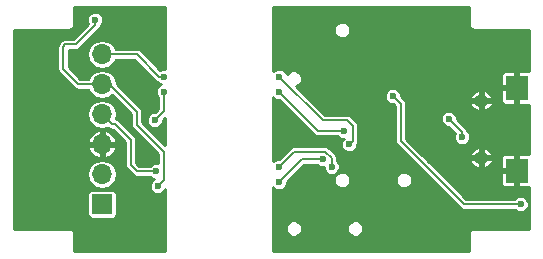
<source format=gbr>
G04 #@! TF.FileFunction,Copper,L2,Bot,Signal*
%FSLAX46Y46*%
G04 Gerber Fmt 4.6, Leading zero omitted, Abs format (unit mm)*
G04 Created by KiCad (PCBNEW 4.0.5+dfsg1-4~bpo8+1) date Mon Mar  5 20:33:18 2018*
%MOMM*%
%LPD*%
G01*
G04 APERTURE LIST*
%ADD10C,0.100000*%
%ADD11R,1.700000X1.700000*%
%ADD12O,1.700000X1.700000*%
%ADD13O,1.250000X1.050000*%
%ADD14R,1.900000X2.100000*%
%ADD15C,0.600000*%
%ADD16C,0.200000*%
%ADD17C,0.254000*%
G04 APERTURE END LIST*
D10*
D11*
X36449000Y-57150000D03*
D12*
X36449000Y-54610000D03*
X36449000Y-52070000D03*
X36449000Y-49530000D03*
X36449000Y-46990000D03*
X36449000Y-44450000D03*
D13*
X68555000Y-53225000D03*
X68555000Y-48375000D03*
D14*
X71555000Y-47300000D03*
X71555000Y-54300000D03*
D15*
X41402000Y-51308000D03*
X40513000Y-43942000D03*
X51435000Y-56515000D03*
X51435000Y-48895000D03*
X51435000Y-50038000D03*
X51435000Y-42545000D03*
X55753000Y-45212000D03*
X57658000Y-49022000D03*
X60325000Y-50800000D03*
X66167000Y-44323000D03*
X64770000Y-44323000D03*
X63246000Y-44323000D03*
X61849000Y-44323000D03*
X62992000Y-51435000D03*
X66929000Y-49530000D03*
X71882000Y-57150000D03*
X61075000Y-48006000D03*
X41656000Y-47625000D03*
X40894000Y-50038000D03*
X41021000Y-54356000D03*
X35877500Y-41529000D03*
X41148000Y-55626000D03*
X41656000Y-46355000D03*
X51435000Y-55245000D03*
X55118000Y-53340000D03*
X51435000Y-53975000D03*
X55880000Y-53975000D03*
X51435000Y-47625000D03*
X56896000Y-50927000D03*
X51435000Y-46355000D03*
X57373027Y-52090641D03*
X65792116Y-49905155D03*
X66929000Y-51450000D03*
D16*
X61722000Y-51816000D02*
X67056000Y-57150000D01*
X67056000Y-57150000D02*
X71882000Y-57150000D01*
X61722000Y-48653000D02*
X61075000Y-48006000D01*
X61722000Y-51816000D02*
X61722000Y-48653000D01*
X41656000Y-47625000D02*
X41656000Y-49276000D01*
X41656000Y-49276000D02*
X41275000Y-49657000D01*
X41275000Y-49657000D02*
X40894000Y-50038000D01*
X41021000Y-54356000D02*
X39370000Y-54356000D01*
X39370000Y-54356000D02*
X38862000Y-53848000D01*
X38862000Y-53848000D02*
X38862000Y-51689000D01*
X38862000Y-51689000D02*
X37552999Y-50379999D01*
X37552999Y-50379999D02*
X37298999Y-50379999D01*
X37298999Y-50379999D02*
X36449000Y-49530000D01*
X35877500Y-41529000D02*
X35877500Y-41953264D01*
X35877500Y-41953264D02*
X34206264Y-43624500D01*
X34206264Y-43624500D02*
X33337500Y-43624500D01*
X33337500Y-43624500D02*
X33147000Y-43815000D01*
X33147000Y-43815000D02*
X33147000Y-45720000D01*
X33147000Y-45720000D02*
X34417000Y-46990000D01*
X34417000Y-46990000D02*
X36449000Y-46990000D01*
X39370000Y-50419000D02*
X39370000Y-49342802D01*
X41656000Y-52705000D02*
X39370000Y-50419000D01*
X41148000Y-55626000D02*
X41656000Y-55118000D01*
X41656000Y-55118000D02*
X41656000Y-52705000D01*
X39370000Y-49342802D02*
X37017198Y-46990000D01*
X37017198Y-46990000D02*
X36449000Y-46990000D01*
X41656000Y-46355000D02*
X41275000Y-46355000D01*
X41275000Y-46355000D02*
X39370000Y-44450000D01*
X39370000Y-44450000D02*
X36449000Y-44450000D01*
X55118000Y-53340000D02*
X53340000Y-53340000D01*
X53340000Y-53340000D02*
X51435000Y-55245000D01*
X55311802Y-52705000D02*
X52705000Y-52705000D01*
X52705000Y-52705000D02*
X51435000Y-53975000D01*
X55880000Y-53975000D02*
X55880000Y-53273198D01*
X55880000Y-53273198D02*
X55311802Y-52705000D01*
X56896000Y-50927000D02*
X54737000Y-50927000D01*
X54737000Y-50927000D02*
X51435000Y-47625000D01*
X57150000Y-50038000D02*
X55118000Y-50038000D01*
X55118000Y-50038000D02*
X51435000Y-46355000D01*
X57673026Y-50561026D02*
X57150000Y-50038000D01*
X57673026Y-51790642D02*
X57673026Y-50561026D01*
X57373027Y-52090641D02*
X57673026Y-51790642D01*
X66929000Y-51054000D02*
X66040000Y-50165000D01*
X66040000Y-50165000D02*
X65913000Y-50038000D01*
X65792116Y-49917116D02*
X66040000Y-50165000D01*
X65792116Y-49905155D02*
X65792116Y-49917116D01*
X66929000Y-51450000D02*
X66929000Y-51054000D01*
D17*
G36*
X41783000Y-45674110D02*
X41521135Y-45673882D01*
X41346341Y-45746105D01*
X39710118Y-44109882D01*
X39554071Y-44005614D01*
X39370000Y-43969000D01*
X37603787Y-43969000D01*
X37343565Y-43579552D01*
X36944200Y-43312704D01*
X36473117Y-43219000D01*
X36424883Y-43219000D01*
X35953800Y-43312704D01*
X35554435Y-43579552D01*
X35287587Y-43978917D01*
X35193883Y-44450000D01*
X35287587Y-44921083D01*
X35554435Y-45320448D01*
X35953800Y-45587296D01*
X36424883Y-45681000D01*
X36473117Y-45681000D01*
X36944200Y-45587296D01*
X37343565Y-45320448D01*
X37603787Y-44931000D01*
X39170764Y-44931000D01*
X40934882Y-46695118D01*
X41090929Y-46799386D01*
X41148877Y-46810913D01*
X41269741Y-46931987D01*
X41409485Y-46990014D01*
X41270748Y-47047339D01*
X41079013Y-47238741D01*
X40975118Y-47488946D01*
X40974882Y-47759865D01*
X41078339Y-48010252D01*
X41175000Y-48107081D01*
X41175000Y-49076763D01*
X40934884Y-49316880D01*
X40934881Y-49316882D01*
X40894763Y-49357000D01*
X40759135Y-49356882D01*
X40508748Y-49460339D01*
X40317013Y-49651741D01*
X40213118Y-49901946D01*
X40212882Y-50172865D01*
X40316339Y-50423252D01*
X40507741Y-50614987D01*
X40757946Y-50718882D01*
X41028865Y-50719118D01*
X41279252Y-50615661D01*
X41470987Y-50424259D01*
X41574882Y-50174054D01*
X41575001Y-50037236D01*
X41615118Y-49997119D01*
X41615120Y-49997116D01*
X41783000Y-49829236D01*
X41783000Y-52151763D01*
X39851000Y-50219764D01*
X39851000Y-49342802D01*
X39814386Y-49158731D01*
X39769751Y-49091930D01*
X39710118Y-49002683D01*
X37703008Y-46995574D01*
X37704117Y-46990000D01*
X37610413Y-46518917D01*
X37343565Y-46119552D01*
X36944200Y-45852704D01*
X36473117Y-45759000D01*
X36424883Y-45759000D01*
X35953800Y-45852704D01*
X35554435Y-46119552D01*
X35294213Y-46509000D01*
X34616237Y-46509000D01*
X33628000Y-45520764D01*
X33628000Y-44105500D01*
X34206264Y-44105500D01*
X34390335Y-44068886D01*
X34546382Y-43964618D01*
X36217619Y-42293382D01*
X36280122Y-42199838D01*
X36321886Y-42137335D01*
X36344150Y-42025404D01*
X36454487Y-41915259D01*
X36558382Y-41665054D01*
X36558618Y-41394135D01*
X36455161Y-41143748D01*
X36263759Y-40952013D01*
X36013554Y-40848118D01*
X35742635Y-40847882D01*
X35492248Y-40951339D01*
X35300513Y-41142741D01*
X35196618Y-41392946D01*
X35196382Y-41663865D01*
X35281254Y-41869273D01*
X34007028Y-43143500D01*
X33337500Y-43143500D01*
X33153429Y-43180114D01*
X33095232Y-43219000D01*
X32997382Y-43284381D01*
X32806882Y-43474882D01*
X32702614Y-43630929D01*
X32666000Y-43815000D01*
X32666000Y-45720000D01*
X32696633Y-45874000D01*
X32702614Y-45904071D01*
X32806882Y-46060118D01*
X34076881Y-47330118D01*
X34232929Y-47434386D01*
X34417000Y-47471000D01*
X35294213Y-47471000D01*
X35554435Y-47860448D01*
X35953800Y-48127296D01*
X36424883Y-48221000D01*
X36473117Y-48221000D01*
X36944200Y-48127296D01*
X37261946Y-47914984D01*
X38889000Y-49542039D01*
X38889000Y-50419000D01*
X38908891Y-50518999D01*
X38925614Y-50603071D01*
X39029882Y-50759118D01*
X41175000Y-52904237D01*
X41175000Y-53682570D01*
X41157054Y-53675118D01*
X40886135Y-53674882D01*
X40635748Y-53778339D01*
X40538919Y-53875000D01*
X39569237Y-53875000D01*
X39343000Y-53648764D01*
X39343000Y-51689000D01*
X39306386Y-51504929D01*
X39202118Y-51348882D01*
X37893117Y-50039881D01*
X37737070Y-49935613D01*
X37627761Y-49913870D01*
X37704117Y-49530000D01*
X37610413Y-49058917D01*
X37343565Y-48659552D01*
X36944200Y-48392704D01*
X36473117Y-48299000D01*
X36424883Y-48299000D01*
X35953800Y-48392704D01*
X35554435Y-48659552D01*
X35287587Y-49058917D01*
X35193883Y-49530000D01*
X35287587Y-50001083D01*
X35554435Y-50400448D01*
X35953800Y-50667296D01*
X36424883Y-50761000D01*
X36473117Y-50761000D01*
X36912388Y-50673624D01*
X36958881Y-50720117D01*
X37114928Y-50824385D01*
X37298999Y-50860999D01*
X37353763Y-50860999D01*
X38381000Y-51888236D01*
X38381000Y-53848000D01*
X38386371Y-53875000D01*
X38417614Y-54032071D01*
X38521882Y-54188118D01*
X39029881Y-54696118D01*
X39185929Y-54800386D01*
X39370000Y-54837000D01*
X40538921Y-54837000D01*
X40634741Y-54932987D01*
X40837828Y-55017317D01*
X40762748Y-55048339D01*
X40571013Y-55239741D01*
X40467118Y-55489946D01*
X40466882Y-55760865D01*
X40570339Y-56011252D01*
X40761741Y-56202987D01*
X41011946Y-56306882D01*
X41282865Y-56307118D01*
X41533252Y-56203661D01*
X41724987Y-56012259D01*
X41783000Y-55872549D01*
X41783000Y-61139000D01*
X34111000Y-61139000D01*
X34111000Y-59690000D01*
X34076289Y-59515496D01*
X33977441Y-59367559D01*
X33829504Y-59268711D01*
X33655000Y-59234000D01*
X29031000Y-59234000D01*
X29031000Y-56300000D01*
X35210536Y-56300000D01*
X35210536Y-58000000D01*
X35237103Y-58141190D01*
X35320546Y-58270865D01*
X35447866Y-58357859D01*
X35599000Y-58388464D01*
X37299000Y-58388464D01*
X37440190Y-58361897D01*
X37569865Y-58278454D01*
X37656859Y-58151134D01*
X37687464Y-58000000D01*
X37687464Y-56300000D01*
X37660897Y-56158810D01*
X37577454Y-56029135D01*
X37450134Y-55942141D01*
X37299000Y-55911536D01*
X35599000Y-55911536D01*
X35457810Y-55938103D01*
X35328135Y-56021546D01*
X35241141Y-56148866D01*
X35210536Y-56300000D01*
X29031000Y-56300000D01*
X29031000Y-54610000D01*
X35193883Y-54610000D01*
X35287587Y-55081083D01*
X35554435Y-55480448D01*
X35953800Y-55747296D01*
X36424883Y-55841000D01*
X36473117Y-55841000D01*
X36944200Y-55747296D01*
X37343565Y-55480448D01*
X37610413Y-55081083D01*
X37704117Y-54610000D01*
X37610413Y-54138917D01*
X37343565Y-53739552D01*
X36944200Y-53472704D01*
X36473117Y-53379000D01*
X36424883Y-53379000D01*
X35953800Y-53472704D01*
X35554435Y-53739552D01*
X35287587Y-54138917D01*
X35193883Y-54610000D01*
X29031000Y-54610000D01*
X29031000Y-52386980D01*
X35259511Y-52386980D01*
X35383755Y-52686964D01*
X35700944Y-53047652D01*
X36132018Y-53259501D01*
X36322000Y-53199193D01*
X36322000Y-52197000D01*
X36576000Y-52197000D01*
X36576000Y-53199193D01*
X36765982Y-53259501D01*
X37197056Y-53047652D01*
X37514245Y-52686964D01*
X37638489Y-52386980D01*
X37577627Y-52197000D01*
X36576000Y-52197000D01*
X36322000Y-52197000D01*
X35320373Y-52197000D01*
X35259511Y-52386980D01*
X29031000Y-52386980D01*
X29031000Y-51753020D01*
X35259511Y-51753020D01*
X35320373Y-51943000D01*
X36322000Y-51943000D01*
X36322000Y-50940807D01*
X36576000Y-50940807D01*
X36576000Y-51943000D01*
X37577627Y-51943000D01*
X37638489Y-51753020D01*
X37514245Y-51453036D01*
X37197056Y-51092348D01*
X36765982Y-50880499D01*
X36576000Y-50940807D01*
X36322000Y-50940807D01*
X36132018Y-50880499D01*
X35700944Y-51092348D01*
X35383755Y-51453036D01*
X35259511Y-51753020D01*
X29031000Y-51753020D01*
X29031000Y-42366000D01*
X33655000Y-42366000D01*
X33829504Y-42331289D01*
X33977441Y-42232441D01*
X34076289Y-42084504D01*
X34111000Y-41910000D01*
X34111000Y-40461000D01*
X41783000Y-40461000D01*
X41783000Y-45674110D01*
X41783000Y-45674110D01*
G37*
X41783000Y-45674110D02*
X41521135Y-45673882D01*
X41346341Y-45746105D01*
X39710118Y-44109882D01*
X39554071Y-44005614D01*
X39370000Y-43969000D01*
X37603787Y-43969000D01*
X37343565Y-43579552D01*
X36944200Y-43312704D01*
X36473117Y-43219000D01*
X36424883Y-43219000D01*
X35953800Y-43312704D01*
X35554435Y-43579552D01*
X35287587Y-43978917D01*
X35193883Y-44450000D01*
X35287587Y-44921083D01*
X35554435Y-45320448D01*
X35953800Y-45587296D01*
X36424883Y-45681000D01*
X36473117Y-45681000D01*
X36944200Y-45587296D01*
X37343565Y-45320448D01*
X37603787Y-44931000D01*
X39170764Y-44931000D01*
X40934882Y-46695118D01*
X41090929Y-46799386D01*
X41148877Y-46810913D01*
X41269741Y-46931987D01*
X41409485Y-46990014D01*
X41270748Y-47047339D01*
X41079013Y-47238741D01*
X40975118Y-47488946D01*
X40974882Y-47759865D01*
X41078339Y-48010252D01*
X41175000Y-48107081D01*
X41175000Y-49076763D01*
X40934884Y-49316880D01*
X40934881Y-49316882D01*
X40894763Y-49357000D01*
X40759135Y-49356882D01*
X40508748Y-49460339D01*
X40317013Y-49651741D01*
X40213118Y-49901946D01*
X40212882Y-50172865D01*
X40316339Y-50423252D01*
X40507741Y-50614987D01*
X40757946Y-50718882D01*
X41028865Y-50719118D01*
X41279252Y-50615661D01*
X41470987Y-50424259D01*
X41574882Y-50174054D01*
X41575001Y-50037236D01*
X41615118Y-49997119D01*
X41615120Y-49997116D01*
X41783000Y-49829236D01*
X41783000Y-52151763D01*
X39851000Y-50219764D01*
X39851000Y-49342802D01*
X39814386Y-49158731D01*
X39769751Y-49091930D01*
X39710118Y-49002683D01*
X37703008Y-46995574D01*
X37704117Y-46990000D01*
X37610413Y-46518917D01*
X37343565Y-46119552D01*
X36944200Y-45852704D01*
X36473117Y-45759000D01*
X36424883Y-45759000D01*
X35953800Y-45852704D01*
X35554435Y-46119552D01*
X35294213Y-46509000D01*
X34616237Y-46509000D01*
X33628000Y-45520764D01*
X33628000Y-44105500D01*
X34206264Y-44105500D01*
X34390335Y-44068886D01*
X34546382Y-43964618D01*
X36217619Y-42293382D01*
X36280122Y-42199838D01*
X36321886Y-42137335D01*
X36344150Y-42025404D01*
X36454487Y-41915259D01*
X36558382Y-41665054D01*
X36558618Y-41394135D01*
X36455161Y-41143748D01*
X36263759Y-40952013D01*
X36013554Y-40848118D01*
X35742635Y-40847882D01*
X35492248Y-40951339D01*
X35300513Y-41142741D01*
X35196618Y-41392946D01*
X35196382Y-41663865D01*
X35281254Y-41869273D01*
X34007028Y-43143500D01*
X33337500Y-43143500D01*
X33153429Y-43180114D01*
X33095232Y-43219000D01*
X32997382Y-43284381D01*
X32806882Y-43474882D01*
X32702614Y-43630929D01*
X32666000Y-43815000D01*
X32666000Y-45720000D01*
X32696633Y-45874000D01*
X32702614Y-45904071D01*
X32806882Y-46060118D01*
X34076881Y-47330118D01*
X34232929Y-47434386D01*
X34417000Y-47471000D01*
X35294213Y-47471000D01*
X35554435Y-47860448D01*
X35953800Y-48127296D01*
X36424883Y-48221000D01*
X36473117Y-48221000D01*
X36944200Y-48127296D01*
X37261946Y-47914984D01*
X38889000Y-49542039D01*
X38889000Y-50419000D01*
X38908891Y-50518999D01*
X38925614Y-50603071D01*
X39029882Y-50759118D01*
X41175000Y-52904237D01*
X41175000Y-53682570D01*
X41157054Y-53675118D01*
X40886135Y-53674882D01*
X40635748Y-53778339D01*
X40538919Y-53875000D01*
X39569237Y-53875000D01*
X39343000Y-53648764D01*
X39343000Y-51689000D01*
X39306386Y-51504929D01*
X39202118Y-51348882D01*
X37893117Y-50039881D01*
X37737070Y-49935613D01*
X37627761Y-49913870D01*
X37704117Y-49530000D01*
X37610413Y-49058917D01*
X37343565Y-48659552D01*
X36944200Y-48392704D01*
X36473117Y-48299000D01*
X36424883Y-48299000D01*
X35953800Y-48392704D01*
X35554435Y-48659552D01*
X35287587Y-49058917D01*
X35193883Y-49530000D01*
X35287587Y-50001083D01*
X35554435Y-50400448D01*
X35953800Y-50667296D01*
X36424883Y-50761000D01*
X36473117Y-50761000D01*
X36912388Y-50673624D01*
X36958881Y-50720117D01*
X37114928Y-50824385D01*
X37298999Y-50860999D01*
X37353763Y-50860999D01*
X38381000Y-51888236D01*
X38381000Y-53848000D01*
X38386371Y-53875000D01*
X38417614Y-54032071D01*
X38521882Y-54188118D01*
X39029881Y-54696118D01*
X39185929Y-54800386D01*
X39370000Y-54837000D01*
X40538921Y-54837000D01*
X40634741Y-54932987D01*
X40837828Y-55017317D01*
X40762748Y-55048339D01*
X40571013Y-55239741D01*
X40467118Y-55489946D01*
X40466882Y-55760865D01*
X40570339Y-56011252D01*
X40761741Y-56202987D01*
X41011946Y-56306882D01*
X41282865Y-56307118D01*
X41533252Y-56203661D01*
X41724987Y-56012259D01*
X41783000Y-55872549D01*
X41783000Y-61139000D01*
X34111000Y-61139000D01*
X34111000Y-59690000D01*
X34076289Y-59515496D01*
X33977441Y-59367559D01*
X33829504Y-59268711D01*
X33655000Y-59234000D01*
X29031000Y-59234000D01*
X29031000Y-56300000D01*
X35210536Y-56300000D01*
X35210536Y-58000000D01*
X35237103Y-58141190D01*
X35320546Y-58270865D01*
X35447866Y-58357859D01*
X35599000Y-58388464D01*
X37299000Y-58388464D01*
X37440190Y-58361897D01*
X37569865Y-58278454D01*
X37656859Y-58151134D01*
X37687464Y-58000000D01*
X37687464Y-56300000D01*
X37660897Y-56158810D01*
X37577454Y-56029135D01*
X37450134Y-55942141D01*
X37299000Y-55911536D01*
X35599000Y-55911536D01*
X35457810Y-55938103D01*
X35328135Y-56021546D01*
X35241141Y-56148866D01*
X35210536Y-56300000D01*
X29031000Y-56300000D01*
X29031000Y-54610000D01*
X35193883Y-54610000D01*
X35287587Y-55081083D01*
X35554435Y-55480448D01*
X35953800Y-55747296D01*
X36424883Y-55841000D01*
X36473117Y-55841000D01*
X36944200Y-55747296D01*
X37343565Y-55480448D01*
X37610413Y-55081083D01*
X37704117Y-54610000D01*
X37610413Y-54138917D01*
X37343565Y-53739552D01*
X36944200Y-53472704D01*
X36473117Y-53379000D01*
X36424883Y-53379000D01*
X35953800Y-53472704D01*
X35554435Y-53739552D01*
X35287587Y-54138917D01*
X35193883Y-54610000D01*
X29031000Y-54610000D01*
X29031000Y-52386980D01*
X35259511Y-52386980D01*
X35383755Y-52686964D01*
X35700944Y-53047652D01*
X36132018Y-53259501D01*
X36322000Y-53199193D01*
X36322000Y-52197000D01*
X36576000Y-52197000D01*
X36576000Y-53199193D01*
X36765982Y-53259501D01*
X37197056Y-53047652D01*
X37514245Y-52686964D01*
X37638489Y-52386980D01*
X37577627Y-52197000D01*
X36576000Y-52197000D01*
X36322000Y-52197000D01*
X35320373Y-52197000D01*
X35259511Y-52386980D01*
X29031000Y-52386980D01*
X29031000Y-51753020D01*
X35259511Y-51753020D01*
X35320373Y-51943000D01*
X36322000Y-51943000D01*
X36322000Y-50940807D01*
X36576000Y-50940807D01*
X36576000Y-51943000D01*
X37577627Y-51943000D01*
X37638489Y-51753020D01*
X37514245Y-51453036D01*
X37197056Y-51092348D01*
X36765982Y-50880499D01*
X36576000Y-50940807D01*
X36322000Y-50940807D01*
X36132018Y-50880499D01*
X35700944Y-51092348D01*
X35383755Y-51453036D01*
X35259511Y-51753020D01*
X29031000Y-51753020D01*
X29031000Y-42366000D01*
X33655000Y-42366000D01*
X33829504Y-42331289D01*
X33977441Y-42232441D01*
X34076289Y-42084504D01*
X34111000Y-41910000D01*
X34111000Y-40461000D01*
X41783000Y-40461000D01*
X41783000Y-45674110D01*
G36*
X67489000Y-41910000D02*
X67523711Y-42084504D01*
X67622559Y-42232441D01*
X67770496Y-42331289D01*
X67945000Y-42366000D01*
X72569000Y-42366000D01*
X72569000Y-45869000D01*
X71777250Y-45869000D01*
X71682000Y-45964250D01*
X71682000Y-47173000D01*
X71702000Y-47173000D01*
X71702000Y-47427000D01*
X71682000Y-47427000D01*
X71682000Y-48635750D01*
X71777250Y-48731000D01*
X72569000Y-48731000D01*
X72569000Y-52869000D01*
X71777250Y-52869000D01*
X71682000Y-52964250D01*
X71682000Y-54173000D01*
X71702000Y-54173000D01*
X71702000Y-54427000D01*
X71682000Y-54427000D01*
X71682000Y-55635750D01*
X71777250Y-55731000D01*
X72569000Y-55731000D01*
X72569000Y-59234000D01*
X67945000Y-59234000D01*
X67770496Y-59268711D01*
X67622559Y-59367559D01*
X67523711Y-59515496D01*
X67489000Y-59690000D01*
X67489000Y-61139000D01*
X50927000Y-61139000D01*
X50927000Y-59335855D01*
X52000881Y-59335855D01*
X52105098Y-59588080D01*
X52297905Y-59781224D01*
X52549947Y-59885881D01*
X52822855Y-59886119D01*
X53075080Y-59781902D01*
X53268224Y-59589095D01*
X53372881Y-59337053D01*
X53372882Y-59335855D01*
X57207881Y-59335855D01*
X57312098Y-59588080D01*
X57504905Y-59781224D01*
X57756947Y-59885881D01*
X58029855Y-59886119D01*
X58282080Y-59781902D01*
X58475224Y-59589095D01*
X58579881Y-59337053D01*
X58580119Y-59064145D01*
X58475902Y-58811920D01*
X58283095Y-58618776D01*
X58031053Y-58514119D01*
X57758145Y-58513881D01*
X57505920Y-58618098D01*
X57312776Y-58810905D01*
X57208119Y-59062947D01*
X57207881Y-59335855D01*
X53372882Y-59335855D01*
X53373119Y-59064145D01*
X53268902Y-58811920D01*
X53076095Y-58618776D01*
X52824053Y-58514119D01*
X52551145Y-58513881D01*
X52298920Y-58618098D01*
X52105776Y-58810905D01*
X52001119Y-59062947D01*
X52000881Y-59335855D01*
X50927000Y-59335855D01*
X50927000Y-55700034D01*
X51048741Y-55821987D01*
X51298946Y-55925882D01*
X51569865Y-55926118D01*
X51820252Y-55822661D01*
X52011987Y-55631259D01*
X52115882Y-55381054D01*
X52116001Y-55244235D01*
X52124381Y-55235855D01*
X56100881Y-55235855D01*
X56205098Y-55488080D01*
X56397905Y-55681224D01*
X56649947Y-55785881D01*
X56922855Y-55786119D01*
X57175080Y-55681902D01*
X57368224Y-55489095D01*
X57472881Y-55237053D01*
X57472882Y-55235855D01*
X61307881Y-55235855D01*
X61412098Y-55488080D01*
X61604905Y-55681224D01*
X61856947Y-55785881D01*
X62129855Y-55786119D01*
X62382080Y-55681902D01*
X62575224Y-55489095D01*
X62679881Y-55237053D01*
X62680119Y-54964145D01*
X62575902Y-54711920D01*
X62383095Y-54518776D01*
X62131053Y-54414119D01*
X61858145Y-54413881D01*
X61605920Y-54518098D01*
X61412776Y-54710905D01*
X61308119Y-54962947D01*
X61307881Y-55235855D01*
X57472882Y-55235855D01*
X57473119Y-54964145D01*
X57368902Y-54711920D01*
X57176095Y-54518776D01*
X56924053Y-54414119D01*
X56651145Y-54413881D01*
X56398920Y-54518098D01*
X56205776Y-54710905D01*
X56101119Y-54962947D01*
X56100881Y-55235855D01*
X52124381Y-55235855D01*
X53539236Y-53821000D01*
X54635921Y-53821000D01*
X54731741Y-53916987D01*
X54981946Y-54020882D01*
X55198959Y-54021071D01*
X55198882Y-54109865D01*
X55302339Y-54360252D01*
X55493741Y-54551987D01*
X55743946Y-54655882D01*
X56014865Y-54656118D01*
X56265252Y-54552661D01*
X56456987Y-54361259D01*
X56560882Y-54111054D01*
X56561118Y-53840135D01*
X56457661Y-53589748D01*
X56361000Y-53492919D01*
X56361000Y-53273198D01*
X56324386Y-53089127D01*
X56294980Y-53045118D01*
X56220118Y-52933079D01*
X55651920Y-52364882D01*
X55495873Y-52260614D01*
X55494727Y-52260386D01*
X55311802Y-52224000D01*
X52705000Y-52224000D01*
X52522075Y-52260386D01*
X52520929Y-52260614D01*
X52364881Y-52364882D01*
X51435764Y-53294000D01*
X51300135Y-53293882D01*
X51049748Y-53397339D01*
X50927000Y-53519874D01*
X50927000Y-48080034D01*
X51048741Y-48201987D01*
X51298946Y-48305882D01*
X51435765Y-48306001D01*
X54396882Y-51267118D01*
X54552929Y-51371386D01*
X54737000Y-51408000D01*
X56413921Y-51408000D01*
X56509741Y-51503987D01*
X56759946Y-51607882D01*
X56892592Y-51607998D01*
X56796040Y-51704382D01*
X56692145Y-51954587D01*
X56691909Y-52225506D01*
X56795366Y-52475893D01*
X56986768Y-52667628D01*
X57236973Y-52771523D01*
X57507892Y-52771759D01*
X57758279Y-52668302D01*
X57950014Y-52476900D01*
X58053909Y-52226695D01*
X58054046Y-52069547D01*
X58082483Y-52026987D01*
X58117412Y-51974713D01*
X58154026Y-51790642D01*
X58154026Y-50561026D01*
X58117412Y-50376955D01*
X58099410Y-50350013D01*
X58013144Y-50220907D01*
X57490118Y-49697882D01*
X57334071Y-49593614D01*
X57150000Y-49557000D01*
X55317237Y-49557000D01*
X53901102Y-48140865D01*
X60393882Y-48140865D01*
X60497339Y-48391252D01*
X60688741Y-48582987D01*
X60938946Y-48686882D01*
X61075765Y-48687001D01*
X61241000Y-48852236D01*
X61241000Y-51816000D01*
X61277614Y-52000071D01*
X61381882Y-52156118D01*
X66715882Y-57490118D01*
X66871929Y-57594386D01*
X67056000Y-57631000D01*
X71399921Y-57631000D01*
X71495741Y-57726987D01*
X71745946Y-57830882D01*
X72016865Y-57831118D01*
X72267252Y-57727661D01*
X72458987Y-57536259D01*
X72562882Y-57286054D01*
X72563118Y-57015135D01*
X72459661Y-56764748D01*
X72268259Y-56573013D01*
X72018054Y-56469118D01*
X71747135Y-56468882D01*
X71496748Y-56572339D01*
X71399919Y-56669000D01*
X67255236Y-56669000D01*
X65108486Y-54522250D01*
X70224000Y-54522250D01*
X70224000Y-55425786D01*
X70282004Y-55565820D01*
X70389181Y-55672996D01*
X70529215Y-55731000D01*
X71332750Y-55731000D01*
X71428000Y-55635750D01*
X71428000Y-54427000D01*
X70319250Y-54427000D01*
X70224000Y-54522250D01*
X65108486Y-54522250D01*
X64077003Y-53490767D01*
X67588856Y-53490767D01*
X67707690Y-53734578D01*
X67959583Y-53981772D01*
X68286899Y-54113754D01*
X68428000Y-54033859D01*
X68428000Y-53352000D01*
X68682000Y-53352000D01*
X68682000Y-54033859D01*
X68823101Y-54113754D01*
X69150417Y-53981772D01*
X69402310Y-53734578D01*
X69521144Y-53490767D01*
X69455741Y-53352000D01*
X68682000Y-53352000D01*
X68428000Y-53352000D01*
X67654259Y-53352000D01*
X67588856Y-53490767D01*
X64077003Y-53490767D01*
X63760450Y-53174214D01*
X70224000Y-53174214D01*
X70224000Y-54077750D01*
X70319250Y-54173000D01*
X71428000Y-54173000D01*
X71428000Y-52964250D01*
X71332750Y-52869000D01*
X70529215Y-52869000D01*
X70389181Y-52927004D01*
X70282004Y-53034180D01*
X70224000Y-53174214D01*
X63760450Y-53174214D01*
X63545469Y-52959233D01*
X67588856Y-52959233D01*
X67654259Y-53098000D01*
X68428000Y-53098000D01*
X68428000Y-52416141D01*
X68682000Y-52416141D01*
X68682000Y-53098000D01*
X69455741Y-53098000D01*
X69521144Y-52959233D01*
X69402310Y-52715422D01*
X69150417Y-52468228D01*
X68823101Y-52336246D01*
X68682000Y-52416141D01*
X68428000Y-52416141D01*
X68286899Y-52336246D01*
X67959583Y-52468228D01*
X67707690Y-52715422D01*
X67588856Y-52959233D01*
X63545469Y-52959233D01*
X62203000Y-51616764D01*
X62203000Y-50040020D01*
X65110998Y-50040020D01*
X65214455Y-50290407D01*
X65405857Y-50482142D01*
X65656062Y-50586037D01*
X65780910Y-50586146D01*
X66324577Y-51129813D01*
X66248118Y-51313946D01*
X66247882Y-51584865D01*
X66351339Y-51835252D01*
X66542741Y-52026987D01*
X66792946Y-52130882D01*
X67063865Y-52131118D01*
X67314252Y-52027661D01*
X67505987Y-51836259D01*
X67609882Y-51586054D01*
X67610118Y-51315135D01*
X67506661Y-51064748D01*
X67388617Y-50946498D01*
X67373386Y-50869929D01*
X67269118Y-50713882D01*
X66473105Y-49917869D01*
X66473234Y-49770290D01*
X66369777Y-49519903D01*
X66178375Y-49328168D01*
X65928170Y-49224273D01*
X65657251Y-49224037D01*
X65406864Y-49327494D01*
X65215129Y-49518896D01*
X65111234Y-49769101D01*
X65110998Y-50040020D01*
X62203000Y-50040020D01*
X62203000Y-48653000D01*
X62200567Y-48640767D01*
X67588856Y-48640767D01*
X67707690Y-48884578D01*
X67959583Y-49131772D01*
X68286899Y-49263754D01*
X68428000Y-49183859D01*
X68428000Y-48502000D01*
X68682000Y-48502000D01*
X68682000Y-49183859D01*
X68823101Y-49263754D01*
X69150417Y-49131772D01*
X69402310Y-48884578D01*
X69521144Y-48640767D01*
X69455741Y-48502000D01*
X68682000Y-48502000D01*
X68428000Y-48502000D01*
X67654259Y-48502000D01*
X67588856Y-48640767D01*
X62200567Y-48640767D01*
X62166386Y-48468929D01*
X62062118Y-48312882D01*
X61858469Y-48109233D01*
X67588856Y-48109233D01*
X67654259Y-48248000D01*
X68428000Y-48248000D01*
X68428000Y-47566141D01*
X68682000Y-47566141D01*
X68682000Y-48248000D01*
X69455741Y-48248000D01*
X69521144Y-48109233D01*
X69402310Y-47865422D01*
X69150417Y-47618228D01*
X68912392Y-47522250D01*
X70224000Y-47522250D01*
X70224000Y-48425786D01*
X70282004Y-48565820D01*
X70389181Y-48672996D01*
X70529215Y-48731000D01*
X71332750Y-48731000D01*
X71428000Y-48635750D01*
X71428000Y-47427000D01*
X70319250Y-47427000D01*
X70224000Y-47522250D01*
X68912392Y-47522250D01*
X68823101Y-47486246D01*
X68682000Y-47566141D01*
X68428000Y-47566141D01*
X68286899Y-47486246D01*
X67959583Y-47618228D01*
X67707690Y-47865422D01*
X67588856Y-48109233D01*
X61858469Y-48109233D01*
X61756000Y-48006764D01*
X61756118Y-47871135D01*
X61652661Y-47620748D01*
X61461259Y-47429013D01*
X61211054Y-47325118D01*
X60940135Y-47324882D01*
X60689748Y-47428339D01*
X60498013Y-47619741D01*
X60394118Y-47869946D01*
X60393882Y-48140865D01*
X53901102Y-48140865D01*
X52910246Y-47150010D01*
X53075080Y-47081902D01*
X53268224Y-46889095D01*
X53372881Y-46637053D01*
X53373119Y-46364145D01*
X53294642Y-46174214D01*
X70224000Y-46174214D01*
X70224000Y-47077750D01*
X70319250Y-47173000D01*
X71428000Y-47173000D01*
X71428000Y-45964250D01*
X71332750Y-45869000D01*
X70529215Y-45869000D01*
X70389181Y-45927004D01*
X70282004Y-46034180D01*
X70224000Y-46174214D01*
X53294642Y-46174214D01*
X53268902Y-46111920D01*
X53076095Y-45918776D01*
X52824053Y-45814119D01*
X52551145Y-45813881D01*
X52298920Y-45918098D01*
X52105776Y-46110905D01*
X52088338Y-46152901D01*
X52012661Y-45969748D01*
X51821259Y-45778013D01*
X51571054Y-45674118D01*
X51300135Y-45673882D01*
X51049748Y-45777339D01*
X50927000Y-45899874D01*
X50927000Y-42535855D01*
X56100881Y-42535855D01*
X56205098Y-42788080D01*
X56397905Y-42981224D01*
X56649947Y-43085881D01*
X56922855Y-43086119D01*
X57175080Y-42981902D01*
X57368224Y-42789095D01*
X57472881Y-42537053D01*
X57473119Y-42264145D01*
X57368902Y-42011920D01*
X57176095Y-41818776D01*
X56924053Y-41714119D01*
X56651145Y-41713881D01*
X56398920Y-41818098D01*
X56205776Y-42010905D01*
X56101119Y-42262947D01*
X56100881Y-42535855D01*
X50927000Y-42535855D01*
X50927000Y-40461000D01*
X67489000Y-40461000D01*
X67489000Y-41910000D01*
X67489000Y-41910000D01*
G37*
X67489000Y-41910000D02*
X67523711Y-42084504D01*
X67622559Y-42232441D01*
X67770496Y-42331289D01*
X67945000Y-42366000D01*
X72569000Y-42366000D01*
X72569000Y-45869000D01*
X71777250Y-45869000D01*
X71682000Y-45964250D01*
X71682000Y-47173000D01*
X71702000Y-47173000D01*
X71702000Y-47427000D01*
X71682000Y-47427000D01*
X71682000Y-48635750D01*
X71777250Y-48731000D01*
X72569000Y-48731000D01*
X72569000Y-52869000D01*
X71777250Y-52869000D01*
X71682000Y-52964250D01*
X71682000Y-54173000D01*
X71702000Y-54173000D01*
X71702000Y-54427000D01*
X71682000Y-54427000D01*
X71682000Y-55635750D01*
X71777250Y-55731000D01*
X72569000Y-55731000D01*
X72569000Y-59234000D01*
X67945000Y-59234000D01*
X67770496Y-59268711D01*
X67622559Y-59367559D01*
X67523711Y-59515496D01*
X67489000Y-59690000D01*
X67489000Y-61139000D01*
X50927000Y-61139000D01*
X50927000Y-59335855D01*
X52000881Y-59335855D01*
X52105098Y-59588080D01*
X52297905Y-59781224D01*
X52549947Y-59885881D01*
X52822855Y-59886119D01*
X53075080Y-59781902D01*
X53268224Y-59589095D01*
X53372881Y-59337053D01*
X53372882Y-59335855D01*
X57207881Y-59335855D01*
X57312098Y-59588080D01*
X57504905Y-59781224D01*
X57756947Y-59885881D01*
X58029855Y-59886119D01*
X58282080Y-59781902D01*
X58475224Y-59589095D01*
X58579881Y-59337053D01*
X58580119Y-59064145D01*
X58475902Y-58811920D01*
X58283095Y-58618776D01*
X58031053Y-58514119D01*
X57758145Y-58513881D01*
X57505920Y-58618098D01*
X57312776Y-58810905D01*
X57208119Y-59062947D01*
X57207881Y-59335855D01*
X53372882Y-59335855D01*
X53373119Y-59064145D01*
X53268902Y-58811920D01*
X53076095Y-58618776D01*
X52824053Y-58514119D01*
X52551145Y-58513881D01*
X52298920Y-58618098D01*
X52105776Y-58810905D01*
X52001119Y-59062947D01*
X52000881Y-59335855D01*
X50927000Y-59335855D01*
X50927000Y-55700034D01*
X51048741Y-55821987D01*
X51298946Y-55925882D01*
X51569865Y-55926118D01*
X51820252Y-55822661D01*
X52011987Y-55631259D01*
X52115882Y-55381054D01*
X52116001Y-55244235D01*
X52124381Y-55235855D01*
X56100881Y-55235855D01*
X56205098Y-55488080D01*
X56397905Y-55681224D01*
X56649947Y-55785881D01*
X56922855Y-55786119D01*
X57175080Y-55681902D01*
X57368224Y-55489095D01*
X57472881Y-55237053D01*
X57472882Y-55235855D01*
X61307881Y-55235855D01*
X61412098Y-55488080D01*
X61604905Y-55681224D01*
X61856947Y-55785881D01*
X62129855Y-55786119D01*
X62382080Y-55681902D01*
X62575224Y-55489095D01*
X62679881Y-55237053D01*
X62680119Y-54964145D01*
X62575902Y-54711920D01*
X62383095Y-54518776D01*
X62131053Y-54414119D01*
X61858145Y-54413881D01*
X61605920Y-54518098D01*
X61412776Y-54710905D01*
X61308119Y-54962947D01*
X61307881Y-55235855D01*
X57472882Y-55235855D01*
X57473119Y-54964145D01*
X57368902Y-54711920D01*
X57176095Y-54518776D01*
X56924053Y-54414119D01*
X56651145Y-54413881D01*
X56398920Y-54518098D01*
X56205776Y-54710905D01*
X56101119Y-54962947D01*
X56100881Y-55235855D01*
X52124381Y-55235855D01*
X53539236Y-53821000D01*
X54635921Y-53821000D01*
X54731741Y-53916987D01*
X54981946Y-54020882D01*
X55198959Y-54021071D01*
X55198882Y-54109865D01*
X55302339Y-54360252D01*
X55493741Y-54551987D01*
X55743946Y-54655882D01*
X56014865Y-54656118D01*
X56265252Y-54552661D01*
X56456987Y-54361259D01*
X56560882Y-54111054D01*
X56561118Y-53840135D01*
X56457661Y-53589748D01*
X56361000Y-53492919D01*
X56361000Y-53273198D01*
X56324386Y-53089127D01*
X56294980Y-53045118D01*
X56220118Y-52933079D01*
X55651920Y-52364882D01*
X55495873Y-52260614D01*
X55494727Y-52260386D01*
X55311802Y-52224000D01*
X52705000Y-52224000D01*
X52522075Y-52260386D01*
X52520929Y-52260614D01*
X52364881Y-52364882D01*
X51435764Y-53294000D01*
X51300135Y-53293882D01*
X51049748Y-53397339D01*
X50927000Y-53519874D01*
X50927000Y-48080034D01*
X51048741Y-48201987D01*
X51298946Y-48305882D01*
X51435765Y-48306001D01*
X54396882Y-51267118D01*
X54552929Y-51371386D01*
X54737000Y-51408000D01*
X56413921Y-51408000D01*
X56509741Y-51503987D01*
X56759946Y-51607882D01*
X56892592Y-51607998D01*
X56796040Y-51704382D01*
X56692145Y-51954587D01*
X56691909Y-52225506D01*
X56795366Y-52475893D01*
X56986768Y-52667628D01*
X57236973Y-52771523D01*
X57507892Y-52771759D01*
X57758279Y-52668302D01*
X57950014Y-52476900D01*
X58053909Y-52226695D01*
X58054046Y-52069547D01*
X58082483Y-52026987D01*
X58117412Y-51974713D01*
X58154026Y-51790642D01*
X58154026Y-50561026D01*
X58117412Y-50376955D01*
X58099410Y-50350013D01*
X58013144Y-50220907D01*
X57490118Y-49697882D01*
X57334071Y-49593614D01*
X57150000Y-49557000D01*
X55317237Y-49557000D01*
X53901102Y-48140865D01*
X60393882Y-48140865D01*
X60497339Y-48391252D01*
X60688741Y-48582987D01*
X60938946Y-48686882D01*
X61075765Y-48687001D01*
X61241000Y-48852236D01*
X61241000Y-51816000D01*
X61277614Y-52000071D01*
X61381882Y-52156118D01*
X66715882Y-57490118D01*
X66871929Y-57594386D01*
X67056000Y-57631000D01*
X71399921Y-57631000D01*
X71495741Y-57726987D01*
X71745946Y-57830882D01*
X72016865Y-57831118D01*
X72267252Y-57727661D01*
X72458987Y-57536259D01*
X72562882Y-57286054D01*
X72563118Y-57015135D01*
X72459661Y-56764748D01*
X72268259Y-56573013D01*
X72018054Y-56469118D01*
X71747135Y-56468882D01*
X71496748Y-56572339D01*
X71399919Y-56669000D01*
X67255236Y-56669000D01*
X65108486Y-54522250D01*
X70224000Y-54522250D01*
X70224000Y-55425786D01*
X70282004Y-55565820D01*
X70389181Y-55672996D01*
X70529215Y-55731000D01*
X71332750Y-55731000D01*
X71428000Y-55635750D01*
X71428000Y-54427000D01*
X70319250Y-54427000D01*
X70224000Y-54522250D01*
X65108486Y-54522250D01*
X64077003Y-53490767D01*
X67588856Y-53490767D01*
X67707690Y-53734578D01*
X67959583Y-53981772D01*
X68286899Y-54113754D01*
X68428000Y-54033859D01*
X68428000Y-53352000D01*
X68682000Y-53352000D01*
X68682000Y-54033859D01*
X68823101Y-54113754D01*
X69150417Y-53981772D01*
X69402310Y-53734578D01*
X69521144Y-53490767D01*
X69455741Y-53352000D01*
X68682000Y-53352000D01*
X68428000Y-53352000D01*
X67654259Y-53352000D01*
X67588856Y-53490767D01*
X64077003Y-53490767D01*
X63760450Y-53174214D01*
X70224000Y-53174214D01*
X70224000Y-54077750D01*
X70319250Y-54173000D01*
X71428000Y-54173000D01*
X71428000Y-52964250D01*
X71332750Y-52869000D01*
X70529215Y-52869000D01*
X70389181Y-52927004D01*
X70282004Y-53034180D01*
X70224000Y-53174214D01*
X63760450Y-53174214D01*
X63545469Y-52959233D01*
X67588856Y-52959233D01*
X67654259Y-53098000D01*
X68428000Y-53098000D01*
X68428000Y-52416141D01*
X68682000Y-52416141D01*
X68682000Y-53098000D01*
X69455741Y-53098000D01*
X69521144Y-52959233D01*
X69402310Y-52715422D01*
X69150417Y-52468228D01*
X68823101Y-52336246D01*
X68682000Y-52416141D01*
X68428000Y-52416141D01*
X68286899Y-52336246D01*
X67959583Y-52468228D01*
X67707690Y-52715422D01*
X67588856Y-52959233D01*
X63545469Y-52959233D01*
X62203000Y-51616764D01*
X62203000Y-50040020D01*
X65110998Y-50040020D01*
X65214455Y-50290407D01*
X65405857Y-50482142D01*
X65656062Y-50586037D01*
X65780910Y-50586146D01*
X66324577Y-51129813D01*
X66248118Y-51313946D01*
X66247882Y-51584865D01*
X66351339Y-51835252D01*
X66542741Y-52026987D01*
X66792946Y-52130882D01*
X67063865Y-52131118D01*
X67314252Y-52027661D01*
X67505987Y-51836259D01*
X67609882Y-51586054D01*
X67610118Y-51315135D01*
X67506661Y-51064748D01*
X67388617Y-50946498D01*
X67373386Y-50869929D01*
X67269118Y-50713882D01*
X66473105Y-49917869D01*
X66473234Y-49770290D01*
X66369777Y-49519903D01*
X66178375Y-49328168D01*
X65928170Y-49224273D01*
X65657251Y-49224037D01*
X65406864Y-49327494D01*
X65215129Y-49518896D01*
X65111234Y-49769101D01*
X65110998Y-50040020D01*
X62203000Y-50040020D01*
X62203000Y-48653000D01*
X62200567Y-48640767D01*
X67588856Y-48640767D01*
X67707690Y-48884578D01*
X67959583Y-49131772D01*
X68286899Y-49263754D01*
X68428000Y-49183859D01*
X68428000Y-48502000D01*
X68682000Y-48502000D01*
X68682000Y-49183859D01*
X68823101Y-49263754D01*
X69150417Y-49131772D01*
X69402310Y-48884578D01*
X69521144Y-48640767D01*
X69455741Y-48502000D01*
X68682000Y-48502000D01*
X68428000Y-48502000D01*
X67654259Y-48502000D01*
X67588856Y-48640767D01*
X62200567Y-48640767D01*
X62166386Y-48468929D01*
X62062118Y-48312882D01*
X61858469Y-48109233D01*
X67588856Y-48109233D01*
X67654259Y-48248000D01*
X68428000Y-48248000D01*
X68428000Y-47566141D01*
X68682000Y-47566141D01*
X68682000Y-48248000D01*
X69455741Y-48248000D01*
X69521144Y-48109233D01*
X69402310Y-47865422D01*
X69150417Y-47618228D01*
X68912392Y-47522250D01*
X70224000Y-47522250D01*
X70224000Y-48425786D01*
X70282004Y-48565820D01*
X70389181Y-48672996D01*
X70529215Y-48731000D01*
X71332750Y-48731000D01*
X71428000Y-48635750D01*
X71428000Y-47427000D01*
X70319250Y-47427000D01*
X70224000Y-47522250D01*
X68912392Y-47522250D01*
X68823101Y-47486246D01*
X68682000Y-47566141D01*
X68428000Y-47566141D01*
X68286899Y-47486246D01*
X67959583Y-47618228D01*
X67707690Y-47865422D01*
X67588856Y-48109233D01*
X61858469Y-48109233D01*
X61756000Y-48006764D01*
X61756118Y-47871135D01*
X61652661Y-47620748D01*
X61461259Y-47429013D01*
X61211054Y-47325118D01*
X60940135Y-47324882D01*
X60689748Y-47428339D01*
X60498013Y-47619741D01*
X60394118Y-47869946D01*
X60393882Y-48140865D01*
X53901102Y-48140865D01*
X52910246Y-47150010D01*
X53075080Y-47081902D01*
X53268224Y-46889095D01*
X53372881Y-46637053D01*
X53373119Y-46364145D01*
X53294642Y-46174214D01*
X70224000Y-46174214D01*
X70224000Y-47077750D01*
X70319250Y-47173000D01*
X71428000Y-47173000D01*
X71428000Y-45964250D01*
X71332750Y-45869000D01*
X70529215Y-45869000D01*
X70389181Y-45927004D01*
X70282004Y-46034180D01*
X70224000Y-46174214D01*
X53294642Y-46174214D01*
X53268902Y-46111920D01*
X53076095Y-45918776D01*
X52824053Y-45814119D01*
X52551145Y-45813881D01*
X52298920Y-45918098D01*
X52105776Y-46110905D01*
X52088338Y-46152901D01*
X52012661Y-45969748D01*
X51821259Y-45778013D01*
X51571054Y-45674118D01*
X51300135Y-45673882D01*
X51049748Y-45777339D01*
X50927000Y-45899874D01*
X50927000Y-42535855D01*
X56100881Y-42535855D01*
X56205098Y-42788080D01*
X56397905Y-42981224D01*
X56649947Y-43085881D01*
X56922855Y-43086119D01*
X57175080Y-42981902D01*
X57368224Y-42789095D01*
X57472881Y-42537053D01*
X57473119Y-42264145D01*
X57368902Y-42011920D01*
X57176095Y-41818776D01*
X56924053Y-41714119D01*
X56651145Y-41713881D01*
X56398920Y-41818098D01*
X56205776Y-42010905D01*
X56101119Y-42262947D01*
X56100881Y-42535855D01*
X50927000Y-42535855D01*
X50927000Y-40461000D01*
X67489000Y-40461000D01*
X67489000Y-41910000D01*
M02*

</source>
